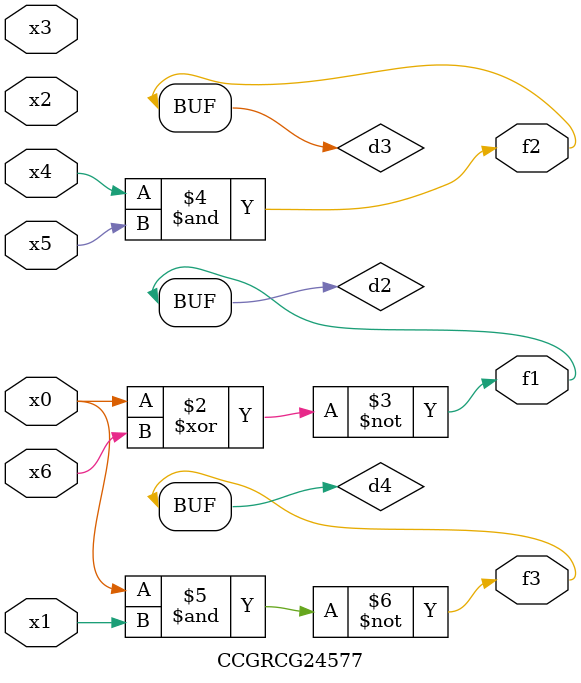
<source format=v>
module CCGRCG24577(
	input x0, x1, x2, x3, x4, x5, x6,
	output f1, f2, f3
);

	wire d1, d2, d3, d4;

	nor (d1, x0);
	xnor (d2, x0, x6);
	and (d3, x4, x5);
	nand (d4, x0, x1);
	assign f1 = d2;
	assign f2 = d3;
	assign f3 = d4;
endmodule

</source>
